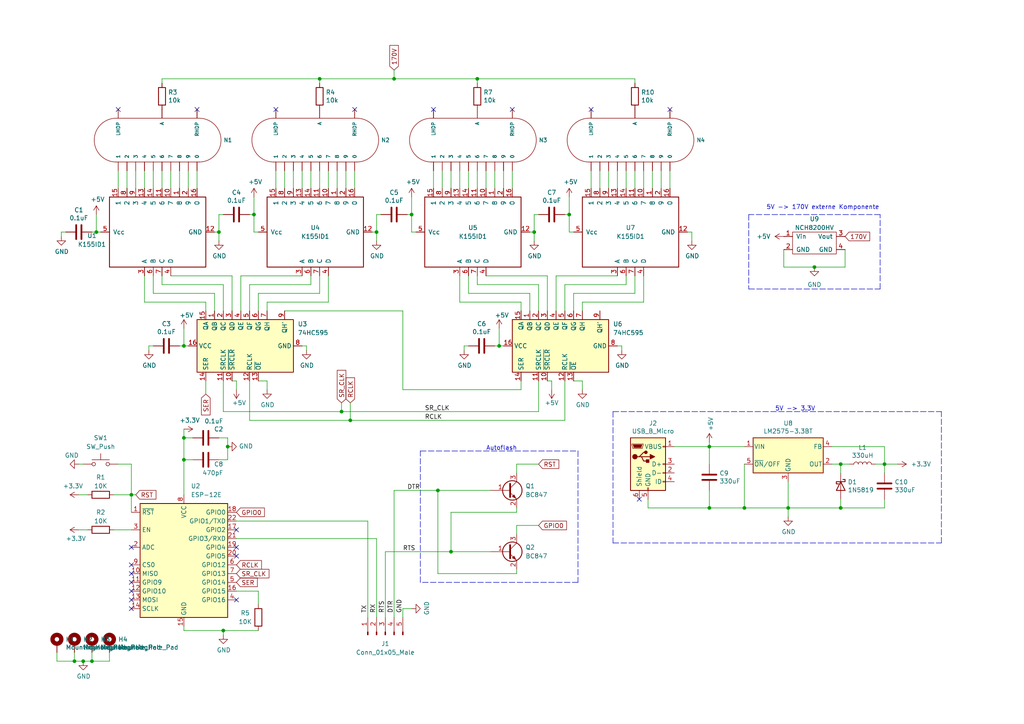
<source format=kicad_sch>
(kicad_sch (version 20211123) (generator eeschema)
  (paper "A4")
  (title_block (title "Nixie Clock"))
  (lib_symbols
    (symbol "74xx:74HC595"
      (property "Reference" "U" (at -7.62 13.97 0))
      (property "Value" "74HC595" (at -7.62 -16.51 0))
      (symbol "74HC595_1_0"
        (pin tri_state line (at 10.16 7.62 180) (length 2.54) (name "QB") (number "1"))
        (pin input line (at -10.16 2.54 0) (length 2.54) (name "~{SRCLR}") (number "10"))
        (pin input line (at -10.16 5.08 0) (length 2.54) (name "SRCLK") (number "11"))
        (pin input line (at -10.16 -2.54 0) (length 2.54) (name "RCLK") (number "12"))
        (pin input line (at -10.16 -5.08 0) (length 2.54) (name "~{OE}") (number "13"))
        (pin input line (at -10.16 10.16 0) (length 2.54) (name "SER") (number "14"))
        (pin tri_state line (at 10.16 10.16 180) (length 2.54) (name "QA") (number "15"))
        (pin power_in line (at 0 15.24 270) (length 2.54) (name "VCC") (number "16"))
        (pin tri_state line (at 10.16 5.08 180) (length 2.54) (name "QC") (number "2"))
        (pin tri_state line (at 10.16 2.54 180) (length 2.54) (name "QD") (number "3"))
        (pin tri_state line (at 10.16 0 180) (length 2.54) (name "QE") (number "4"))
        (pin tri_state line (at 10.16 -2.54 180) (length 2.54) (name "QF") (number "5"))
        (pin tri_state line (at 10.16 -5.08 180) (length 2.54) (name "QG") (number "6"))
        (pin tri_state line (at 10.16 -7.62 180) (length 2.54) (name "QH") (number "7"))
        (pin power_in line (at 0 -17.78 90) (length 2.54) (name "GND") (number "8"))
        (pin output line (at 10.16 -12.7 180) (length 2.54) (name "QH'") (number "9"))
      )
      (symbol "74HC595_1_1"
        (rectangle (start -7.62 12.7) (end 7.62 -15.24) (stroke (width 0.254)) (fill (type background)))
      )
    )
    (symbol "Connector:Conn_01x05_Male" (pin_names (offset 1.016) hide)
      (property "Reference" "J" (at 0 7.62 0))
      (property "Value" "Conn_01x05_Male" (at 0 -7.62 0))
      (symbol "Conn_01x05_Male_1_1"
        (polyline (pts (xy 1.27 -5.08) (xy 0.8636 -5.08)) (stroke (width 0.1524)))
        (polyline (pts (xy 1.27 -2.54) (xy 0.8636 -2.54)) (stroke (width 0.1524)))
        (polyline (pts (xy 1.27 0) (xy 0.8636 0)) (stroke (width 0.1524)))
        (polyline (pts (xy 1.27 2.54) (xy 0.8636 2.54)) (stroke (width 0.1524)))
        (polyline (pts (xy 1.27 5.08) (xy 0.8636 5.08)) (stroke (width 0.1524)))
        (rectangle (start 0.8636 -4.953) (end 0 -5.207) (stroke (width 0.1524)) (fill (type outline)))
        (rectangle (start 0.8636 -2.413) (end 0 -2.667) (stroke (width 0.1524)) (fill (type outline)))
        (rectangle (start 0.8636 0.127) (end 0 -0.127) (stroke (width 0.1524)) (fill (type outline)))
        (rectangle (start 0.8636 2.667) (end 0 2.413) (stroke (width 0.1524)) (fill (type outline)))
        (rectangle (start 0.8636 5.207) (end 0 4.953) (stroke (width 0.1524)) (fill (type outline)))
        (pin passive line (at 5.08 5.08 180) (length 3.81) (name "Pin_1") (number "1"))
        (pin passive line (at 5.08 2.54 180) (length 3.81) (name "Pin_2") (number "2"))
        (pin passive line (at 5.08 0 180) (length 3.81) (name "Pin_3") (number "3"))
        (pin passive line (at 5.08 -2.54 180) (length 3.81) (name "Pin_4") (number "4"))
        (pin passive line (at 5.08 -5.08 180) (length 3.81) (name "Pin_5") (number "5"))
      )
    )
    (symbol "Connector:USB_B_Micro" (pin_names (offset 1.016))
      (property "Reference" "J" (at -5.08 11.43 0))
      (property "Value" "USB_B_Micro" (at -5.08 8.89 0))
      (symbol "USB_B_Micro_0_1"
        (rectangle (start -5.08 -7.62) (end 5.08 7.62) (stroke (width 0.254)) (fill (type background)))
        (circle (center -3.81 2.159) (radius 0.635) (stroke (width 0.254)) (fill (type outline)))
        (circle (center -0.635 3.429) (radius 0.381) (stroke (width 0.254)) (fill (type outline)))
        (rectangle (start -0.127 -7.62) (end 0.127 -6.858))
        (polyline (pts (xy -1.905 2.159) (xy 0.635 2.159)) (stroke (width 0.254)))
        (polyline (pts (xy -3.175 2.159) (xy -2.54 2.159) (xy -1.27 3.429) (xy -0.635 3.429)) (stroke (width 0.254)))
        (polyline (pts (xy -2.54 2.159) (xy -1.905 2.159) (xy -1.27 0.889) (xy 0 0.889)) (stroke (width 0.254)))
        (polyline (pts (xy 0.635 2.794) (xy 0.635 1.524) (xy 1.905 2.159) (xy 0.635 2.794)) (stroke (width 0.254)) (fill (type outline)))
        (polyline (pts (xy -4.318 5.588) (xy -1.778 5.588) (xy -2.032 4.826) (xy -4.064 4.826) (xy -4.318 5.588)) (fill (type outline)))
        (polyline (pts (xy -4.699 5.842) (xy -4.699 5.588) (xy -4.445 4.826) (xy -4.445 4.572) (xy -1.651 4.572) (xy -1.651 4.826) (xy -1.397 5.588) (xy -1.397 5.842) (xy -4.699 5.842)))
        (rectangle (start 0.254 1.27) (end -0.508 0.508) (stroke (width 0.254)) (fill (type outline)))
        (rectangle (start 5.08 -5.207) (end 4.318 -4.953))
        (rectangle (start 5.08 -2.667) (end 4.318 -2.413))
        (rectangle (start 5.08 -0.127) (end 4.318 0.127))
        (rectangle (start 5.08 4.953) (end 4.318 5.207))
      )
      (symbol "USB_B_Micro_1_1"
        (pin power_out line (at 7.62 5.08 180) (length 2.54) (name "VBUS") (number "1"))
        (pin bidirectional line (at 7.62 -2.54 180) (length 2.54) (name "D-") (number "2"))
        (pin bidirectional line (at 7.62 0 180) (length 2.54) (name "D+") (number "3"))
        (pin passive line (at 7.62 -5.08 180) (length 2.54) (name "ID") (number "4"))
        (pin power_out line (at 0 -10.16 90) (length 2.54) (name "GND") (number "5"))
        (pin passive line (at -2.54 -10.16 90) (length 2.54) (name "Shield") (number "6"))
      )
    )
    (symbol "Device:C" (pin_numbers hide) (pin_names (offset 0.254))
      (property "Reference" "C" (at 0.635 2.54 0))
      (property "Value" "C" (at 0.635 -2.54 0))
      (symbol "C_0_1"
        (polyline (pts (xy -2.032 -0.762) (xy 2.032 -0.762)) (stroke (width 0.508)))
        (polyline (pts (xy -2.032 0.762) (xy 2.032 0.762)) (stroke (width 0.508)))
      )
      (symbol "C_1_1"
        (pin passive line (at 0 3.81 270) (length 2.794) (name "~") (number "1"))
        (pin passive line (at 0 -3.81 90) (length 2.794) (name "~") (number "2"))
      )
    )
    (symbol "Device:L" (pin_numbers hide) (pin_names (offset 1.016) hide)
      (property "Reference" "L" (at -1.27 0 90))
      (property "Value" "L" (at 1.905 0 90))
      (symbol "L_0_1"
        (arc (start 0 -2.54) (mid 0.635 -1.905) (end 0 -1.27))
        (arc (start 0 -1.27) (mid 0.635 -0.635) (end 0 0))
        (arc (start 0 0) (mid 0.635 0.635) (end 0 1.27))
        (arc (start 0 1.27) (mid 0.635 1.905) (end 0 2.54))
      )
      (symbol "L_1_1"
        (pin passive line (at 0 3.81 270) (length 1.27) (name "1") (number "1"))
        (pin passive line (at 0 -3.81 90) (length 1.27) (name "2") (number "2"))
      )
    )
    (symbol "Device:R" (pin_numbers hide) (pin_names (offset 0))
      (property "Reference" "R" (at 2.032 0 90))
      (property "Value" "R" (at 0 0 90))
      (symbol "R_0_1"
        (rectangle (start -1.016 -2.54) (end 1.016 2.54) (stroke (width 0.254)))
      )
      (symbol "R_1_1"
        (pin passive line (at 0 3.81 270) (length 1.27) (name "~") (number "1"))
        (pin passive line (at 0 -3.81 90) (length 1.27) (name "~") (number "2"))
      )
    )
    (symbol "Diode:1N5819" (pin_numbers hide) (pin_names (offset 1.016) hide)
      (property "Reference" "D" (at 0 2.54 0))
      (property "Value" "1N5819" (at 0 -2.54 0))
      (symbol "1N5819_0_1"
        (polyline (pts (xy 1.27 0) (xy -1.27 0)))
        (polyline (pts (xy 1.27 1.27) (xy 1.27 -1.27) (xy -1.27 0) (xy 1.27 1.27)) (stroke (width 0.254)))
        (polyline (pts (xy -1.905 0.635) (xy -1.905 1.27) (xy -1.27 1.27) (xy -1.27 -1.27) (xy -0.635 -1.27) (xy -0.635 -0.635)) (stroke (width 0.254)))
      )
      (symbol "1N5819_1_1"
        (pin passive line (at -3.81 0 0) (length 2.54) (name "K") (number "1"))
        (pin passive line (at 3.81 0 180) (length 2.54) (name "A") (number "2"))
      )
    )
    (symbol "K155ID1_1" (pin_names (offset 1.016))
      (property "Reference" "U" (at 0 -1.27 0))
      (property "Value" "K155ID1_1" (at 0 1.27 0))
      (symbol "K155ID1_1_0_1"
        (rectangle (start 10.16 13.97) (end -10.16 -13.97) (stroke (width 0.254)))
      )
      (symbol "K155ID1_1_1_1"
        (pin output line (at 12.7 -6.35 180) (length 2.54) (name "8") (number "1"))
        (pin output line (at 12.7 -3.81 180) (length 2.54) (name "7") (number "10"))
        (pin output line (at 12.7 -1.27 180) (length 2.54) (name "6") (number "11"))
        (pin input line (at 0 -16.51 90) (length 2.54) (name "GND") (number "12"))
        (pin output line (at 12.7 3.81 180) (length 2.54) (name "4") (number "13"))
        (pin output line (at 12.7 1.27 180) (length 2.54) (name "5") (number "14"))
        (pin output line (at 12.7 11.43 180) (length 2.54) (name "1") (number "15"))
        (pin output line (at 12.7 -11.43 180) (length 2.54) (name "0") (number "16"))
        (pin output line (at 12.7 -8.89 180) (length 2.54) (name "9") (number "2"))
        (pin input line (at -12.7 3.81 0) (length 2.54) (name "A") (number "3"))
        (pin input line (at -12.7 -3.81 0) (length 2.54) (name "D") (number "4"))
        (pin power_in line (at 0 16.51 270) (length 2.54) (name "Vcc") (number "5"))
        (pin input line (at -12.7 1.27 0) (length 2.54) (name "B") (number "6"))
        (pin input line (at -12.7 -1.27 0) (length 2.54) (name "C") (number "7"))
        (pin output line (at 12.7 8.89 180) (length 2.54) (name "2") (number "8"))
        (pin output line (at 12.7 6.35 180) (length 2.54) (name "3") (number "9"))
      )
    )
    (symbol "Mechanical:MountingHole_Pad" (pin_numbers hide) (pin_names (offset 1.016) hide)
      (property "Reference" "H" (at 0 6.35 0))
      (property "Value" "MountingHole_Pad" (at 0 4.445 0))
      (symbol "MountingHole_Pad_0_1"
        (circle (center 0 1.27) (radius 1.27) (stroke (width 1.27)))
      )
      (symbol "MountingHole_Pad_1_1"
        (pin input line (at 0 -2.54 90) (length 2.54) (name "1") (number "1"))
      )
    )
    (symbol "Nixie-rescue:IN-16-nixies-us" (pin_numbers hide) (pin_names (offset 1.016))
      (property "Reference" "N" (at -3.175 20.955 0))
      (symbol "IN-16-nixies-us_1_0"
        (polyline (pts (xy -5.08 -10.795) (xy -5.08 13.335)))
        (polyline (pts (xy 7.62 -10.795) (xy 7.62 13.335)))
      )
      (symbol "IN-16-nixies-us_1_1"
        (arc (start -5.08 -10.795) (mid 1.27 -17.145) (end 7.62 -10.795))
        (arc (start 7.62 13.335) (mid 1.27 19.685) (end -5.08 13.335))
        (pin bidirectional line (at -7.62 -10.16 0) (length 2.54) (name "0") (number "0"))
        (pin bidirectional line (at -7.62 12.7 0) (length 2.54) (name "1") (number "1"))
        (pin bidirectional line (at -7.62 10.16 0) (length 2.54) (name "2") (number "2"))
        (pin bidirectional line (at -7.62 7.62 0) (length 2.54) (name "3") (number "3"))
        (pin bidirectional line (at -7.62 5.08 0) (length 2.54) (name "4") (number "4"))
        (pin bidirectional line (at -7.62 2.54 0) (length 2.54) (name "5") (number "5"))
        (pin bidirectional line (at -7.62 0 0) (length 2.54) (name "6") (number "6"))
        (pin bidirectional line (at -7.62 -2.54 0) (length 2.54) (name "7") (number "7"))
        (pin bidirectional line (at -7.62 -5.08 0) (length 2.54) (name "8") (number "8"))
        (pin bidirectional line (at -7.62 -7.62 0) (length 2.54) (name "9") (number "9"))
        (pin bidirectional line (at 10.16 0 180) (length 2.54) (name "A") (number "A"))
        (pin bidirectional line (at 10.16 12.7 180) (length 2.54) (name "LHDP") (number "LHDP"))
        (pin bidirectional line (at 10.16 -10.16 180) (length 2.54) (name "RHDP") (number "RHDP"))
      )
    )
    (symbol "RF_Module:ESP-12E"
      (property "Reference" "U" (at -12.7 19.05 0))
      (property "Value" "ESP-12E" (at 12.7 19.05 0))
      (symbol "ESP-12E_0_1"
        (rectangle (start -12.7 17.78) (end 12.7 -15.24) (stroke (width 0.254)) (fill (type background)))
      )
      (symbol "ESP-12E_1_1"
        (pin input line (at -15.24 15.24 0) (length 2.54) (name "~{RST}") (number "1"))
        (pin bidirectional line (at -15.24 -2.54 0) (length 2.54) (name "MISO") (number "10"))
        (pin bidirectional line (at -15.24 -5.08 0) (length 2.54) (name "GPIO9") (number "11"))
        (pin bidirectional line (at -15.24 -7.62 0) (length 2.54) (name "GPIO10") (number "12"))
        (pin bidirectional line (at -15.24 -10.16 0) (length 2.54) (name "MOSI") (number "13"))
        (pin bidirectional line (at -15.24 -12.7 0) (length 2.54) (name "SCLK") (number "14"))
        (pin power_in line (at 0 -17.78 90) (length 2.54) (name "GND") (number "15"))
        (pin bidirectional line (at 15.24 -7.62 180) (length 2.54) (name "GPIO15") (number "16"))
        (pin bidirectional line (at 15.24 10.16 180) (length 2.54) (name "GPIO2") (number "17"))
        (pin bidirectional line (at 15.24 15.24 180) (length 2.54) (name "GPIO0") (number "18"))
        (pin bidirectional line (at 15.24 5.08 180) (length 2.54) (name "GPIO4") (number "19"))
        (pin input line (at -15.24 5.08 0) (length 2.54) (name "ADC") (number "2"))
        (pin bidirectional line (at 15.24 2.54 180) (length 2.54) (name "GPIO5") (number "20"))
        (pin bidirectional line (at 15.24 7.62 180) (length 2.54) (name "GPIO3/RXD") (number "21"))
        (pin bidirectional line (at 15.24 12.7 180) (length 2.54) (name "GPIO1/TXD") (number "22"))
        (pin input line (at -15.24 10.16 0) (length 2.54) (name "EN") (number "3"))
        (pin bidirectional line (at 15.24 -10.16 180) (length 2.54) (name "GPIO16") (number "4"))
        (pin bidirectional line (at 15.24 -5.08 180) (length 2.54) (name "GPIO14") (number "5"))
        (pin bidirectional line (at 15.24 0 180) (length 2.54) (name "GPIO12") (number "6"))
        (pin bidirectional line (at 15.24 -2.54 180) (length 2.54) (name "GPIO13") (number "7"))
        (pin power_in line (at 0 20.32 270) (length 2.54) (name "VCC") (number "8"))
        (pin input line (at -15.24 0 0) (length 2.54) (name "CS0") (number "9"))
      )
    )
    (symbol "Regulator_Switching:LM2575-3.3BT" (pin_names (offset 0.254))
      (property "Reference" "U" (at -10.16 6.35 0))
      (property "Value" "LM2575-3.3BT" (at 0 6.35 0))
      (symbol "LM2575-3.3BT_0_1"
        (rectangle (start -10.16 5.08) (end 10.16 -5.08) (stroke (width 0.254)) (fill (type background)))
      )
      (symbol "LM2575-3.3BT_1_1"
        (pin power_in line (at -12.7 2.54 0) (length 2.54) (name "VIN") (number "1"))
        (pin output line (at 12.7 -2.54 180) (length 2.54) (name "OUT") (number "2"))
        (pin power_in line (at 0 -7.62 90) (length 2.54) (name "GND") (number "3"))
        (pin input line (at 12.7 2.54 180) (length 2.54) (name "FB") (number "4"))
        (pin input line (at -12.7 -2.54 0) (length 2.54) (name "~{ON}/OFF") (number "5"))
      )
    )
    (symbol "Switch:SW_Push" (pin_numbers hide) (pin_names (offset 1.016) hide)
      (property "Reference" "SW" (at 1.27 2.54 0))
      (property "Value" "SW_Push" (at 0 -1.524 0))
      (symbol "SW_Push_0_1"
        (circle (center -2.032 0) (radius 0.508))
        (polyline (pts (xy 0 1.27) (xy 0 3.048)))
        (polyline (pts (xy 2.54 1.27) (xy -2.54 1.27)))
        (circle (center 2.032 0) (radius 0.508))
        (pin passive line (at -5.08 0 0) (length 2.54) (name "1") (number "1"))
        (pin passive line (at 5.08 0 180) (length 2.54) (name "2") (number "2"))
      )
    )
    (symbol "Transistor_BJT:BC847" (pin_names (offset 0) hide)
      (property "Reference" "Q" (at 5.08 1.905 0))
      (property "Value" "BC847" (at 5.08 0 0))
      (symbol "BC847_0_1"
        (polyline (pts (xy 0.635 0.635) (xy 2.54 2.54)))
        (polyline (pts (xy 0.635 -0.635) (xy 2.54 -2.54) (xy 2.54 -2.54)))
        (polyline (pts (xy 0.635 1.905) (xy 0.635 -1.905) (xy 0.635 -1.905)) (stroke (width 0.508)))
        (polyline (pts (xy 1.27 -1.778) (xy 1.778 -1.27) (xy 2.286 -2.286) (xy 1.27 -1.778) (xy 1.27 -1.778)) (fill (type outline)))
        (circle (center 1.27 0) (radius 2.8194) (stroke (width 0.254)))
      )
      (symbol "BC847_1_1"
        (pin input line (at -5.08 0 0) (length 5.715) (name "B") (number "1"))
        (pin passive line (at 2.54 -5.08 90) (length 2.54) (name "E") (number "2"))
        (pin passive line (at 2.54 5.08 270) (length 2.54) (name "C") (number "3"))
      )
    )
    (symbol "power:+3.3V" (power) (pin_names (offset 0))
      (property "Value" "+3.3V" (at 0 3.556 0))
      (symbol "+3.3V_0_1"
        (polyline (pts (xy -0.762 1.27) (xy 0 2.54)))
        (polyline (pts (xy 0 0) (xy 0 2.54)))
        (polyline (pts (xy 0 2.54) (xy 0.762 1.27)))
      )
      (symbol "+3.3V_1_1"
        (pin power_in line (at 0 0 90) (length 0) hide (name "+3.3V") (number "1"))
      )
    )
    (symbol "power:+5V" (power) (pin_names (offset 0))
      (property "Value" "+5V" (at 0 3.556 0))
      (symbol "+5V_0_1"
        (polyline (pts (xy -0.762 1.27) (xy 0 2.54)))
        (polyline (pts (xy 0 0) (xy 0 2.54)))
        (polyline (pts (xy 0 2.54) (xy 0.762 1.27)))
      )
      (symbol "+5V_1_1"
        (pin power_in line (at 0 0 90) (length 0) hide (name "+5V") (number "1"))
      )
    )
    (symbol "power:GND" (power) (pin_names (offset 0))
      (property "Value" "GND" (at 0 -3.81 0))
      (symbol "GND_0_1"
        (polyline (pts (xy 0 0) (xy 0 -1.27) (xy 1.27 -1.27) (xy 0 -2.54) (xy -1.27 -1.27) (xy 0 -1.27)))
      )
      (symbol "GND_1_1"
        (pin power_in line (at 0 0 270) (length 0) hide (name "GND") (number "1"))
      )
    )
    (symbol "psu:NCH8200HV" (pin_names (offset 1.016))
      (property "Reference" "U" (at 10.16 -2.54 0))
      (property "Value" "NCH8200HV" (at 0 0 0))
      (symbol "NCH8200HV_0_1"
        (rectangle (start -6.35 7.62) (end 6.35 1.27))
      )
      (symbol "NCH8200HV_1_1"
        (pin input line (at -8.89 6.35 0) (length 2.54) (name "Vin") (number "1"))
        (pin input line (at -8.89 2.54 0) (length 2.54) (name "GND") (number "2"))
        (pin output line (at 8.89 6.35 180) (length 2.54) (name "Vout") (number "3"))
        (pin output line (at 8.89 2.54 180) (length 2.54) (name "GND") (number "4"))
      )
    )
  )
  (junction (at 119.38 62.23))
  (junction (at 53.34 133.35))
  (junction (at 73.66 62.23))
  (junction (at 154.94 67.31))
  (junction (at 215.9 147.32))
  (junction (at 114.3 22.86))
  (junction (at 92.71 22.86))
  (junction (at 205.74 147.32))
  (junction (at 38.1 143.51))
  (junction (at 26.67 191.77))
  (junction (at 101.6 121.92))
  (junction (at 144.78 100.33))
  (junction (at 63.5 67.31))
  (junction (at 165.1 62.23))
  (junction (at 27.94 67.31))
  (junction (at 64.77 182.88))
  (junction (at 109.22 67.31))
  (junction (at 256.54 134.62))
  (junction (at 138.43 22.86))
  (junction (at 66.04 129.54))
  (junction (at 130.81 160.02))
  (junction (at 24.13 191.77))
  (junction (at 243.84 134.62))
  (junction (at 53.34 127))
  (junction (at 53.34 100.33))
  (junction (at 236.22 77.47))
  (junction (at 205.74 129.54))
  (junction (at 243.84 147.32))
  (junction (at 228.6 147.32))
  (junction (at 99.06 119.38))
  (junction (at 21.59 191.77))
  (junction (at 127 142.24))
  (no_connect (at 171.45 31.75))
  (no_connect (at 194.31 31.75))
  (no_connect (at 38.1 158.75))
  (no_connect (at 38.1 163.83))
  (no_connect (at 38.1 166.37))
  (no_connect (at 38.1 168.91))
  (no_connect (at 38.1 171.45))
  (no_connect (at 68.58 153.67))
  (no_connect (at 68.58 173.99))
  (no_connect (at 68.58 158.75))
  (no_connect (at 68.58 161.29))
  (no_connect (at 38.1 173.99))
  (no_connect (at 38.1 176.53))
  (no_connect (at 148.59 31.75))
  (no_connect (at 80.01 31.75))
  (no_connect (at 125.73 31.75))
  (no_connect (at 185.42 144.78))
  (no_connect (at 102.87 31.75))
  (no_connect (at 57.15 31.75))
  (no_connect (at 34.29 31.75))
  (wire (pts (xy 39.37 143.51) (xy 38.1 143.51)))
  (wire (pts (xy 119.38 176.53) (xy 116.84 176.53)))
  (wire (pts (xy 44.45 54.61) (xy 44.45 49.53)))
  (wire (pts (xy 168.91 113.03) (xy 168.91 110.49)))
  (wire (pts (xy 111.76 160.02) (xy 111.76 179.07)))
  (wire (pts (xy 163.83 62.23) (xy 165.1 62.23)))
  (wire (pts (xy 53.34 133.35) (xy 53.34 127)))
  (wire (pts (xy 158.75 80.01) (xy 140.97 80.01)))
  (wire (pts (xy 109.22 156.21) (xy 109.22 179.07)))
  (wire (pts (xy 63.5 67.31) (xy 63.5 69.85)))
  (wire (pts (xy 73.66 62.23) (xy 73.66 67.31)))
  (wire (pts (xy 99.06 116.84) (xy 99.06 119.38)))
  (wire (pts (xy 110.49 62.23) (xy 109.22 62.23)))
  (wire (pts (xy 133.35 54.61) (xy 133.35 49.53)))
  (wire (pts (xy 215.9 134.62) (xy 215.9 147.32)))
  (wire (pts (xy 21.59 189.23) (xy 21.59 191.77)))
  (wire (pts (xy 72.39 90.17) (xy 72.39 82.55)))
  (wire (pts (xy 33.02 153.67) (xy 38.1 153.67)))
  (wire (pts (xy 26.67 67.31) (xy 27.94 67.31)))
  (wire (pts (xy 64.77 110.49) (xy 64.77 119.38)))
  (wire (pts (xy 194.31 49.53) (xy 194.31 54.61)))
  (wire (pts (xy 95.25 54.61) (xy 95.25 49.53)))
  (wire (pts (xy 68.58 156.21) (xy 109.22 156.21)))
  (wire (pts (xy 64.77 182.88) (xy 64.77 184.15)))
  (wire (pts (xy 111.76 160.02) (xy 130.81 160.02)))
  (wire (pts (xy 68.58 110.49) (xy 67.31 110.49)))
  (wire (pts (xy 53.34 124.46) (xy 53.34 127)))
  (wire (pts (xy 153.67 85.09) (xy 135.89 85.09)))
  (wire (pts (xy 127 142.24) (xy 142.24 142.24)))
  (wire (pts (xy 63.5 127) (xy 66.04 127)))
  (wire (pts (xy 72.39 82.55) (xy 90.17 82.55)))
  (wire (pts (xy 44.45 85.09) (xy 44.45 80.01)))
  (wire (pts (xy 149.86 134.62) (xy 156.21 134.62)))
  (wire (pts (xy 72.39 110.49) (xy 72.39 121.92)))
  (wire (pts (xy 38.1 143.51) (xy 38.1 134.62)))
  (wire (pts (xy 22.86 153.67) (xy 25.4 153.67)))
  (wire (pts (xy 130.81 148.59) (xy 130.81 160.02)))
  (wire (pts (xy 149.86 154.94) (xy 149.86 152.4)))
  (wire (pts (xy 74.93 175.26) (xy 74.93 171.45)))
  (wire (pts (xy 151.13 87.63) (xy 133.35 87.63)))
  (wire (pts (xy 59.69 114.3) (xy 59.69 110.49)))
  (wire (pts (xy 52.07 54.61) (xy 52.07 49.53)))
  (wire (pts (xy 163.83 90.17) (xy 163.83 82.55)))
  (wire (pts (xy 72.39 121.92) (xy 101.6 121.92)))
  (wire (pts (xy 153.67 67.31) (xy 154.94 67.31)))
  (wire (pts (xy 156.21 90.17) (xy 156.21 82.55)))
  (wire (pts (xy 63.5 133.35) (xy 66.04 133.35)))
  (wire (pts (xy 149.86 166.37) (xy 127 166.37)))
  (wire (pts (xy 148.59 54.61) (xy 148.59 49.53)))
  (wire (pts (xy 205.74 147.32) (xy 215.9 147.32)))
  (wire (pts (xy 186.69 87.63) (xy 186.69 80.01)))
  (wire (pts (xy 186.69 54.61) (xy 186.69 49.53)))
  (wire (pts (xy 59.69 90.17) (xy 59.69 87.63)))
  (wire (pts (xy 26.67 191.77) (xy 24.13 191.77)))
  (wire (pts (xy 149.86 152.4) (xy 156.21 152.4)))
  (wire (pts (xy 77.47 87.63) (xy 95.25 87.63)))
  (wire (pts (xy 19.05 67.31) (xy 17.78 67.31)))
  (wire (pts (xy 107.95 67.31) (xy 109.22 67.31)))
  (wire (pts (xy 53.34 100.33) (xy 53.34 95.25)))
  (wire (pts (xy 33.02 143.51) (xy 38.1 143.51)))
  (polyline (pts (xy 255.27 62.23) (xy 217.17 62.23)))
  (wire (pts (xy 256.54 144.78) (xy 256.54 147.32)))
  (wire (pts (xy 168.91 87.63) (xy 186.69 87.63)))
  (wire (pts (xy 64.77 62.23) (xy 63.5 62.23)))
  (wire (pts (xy 88.9 101.6) (xy 88.9 100.33)))
  (wire (pts (xy 168.91 110.49) (xy 166.37 110.49)))
  (wire (pts (xy 22.86 134.62) (xy 24.13 134.62)))
  (wire (pts (xy 168.91 90.17) (xy 168.91 87.63)))
  (wire (pts (xy 34.29 54.61) (xy 34.29 49.53)))
  (wire (pts (xy 17.78 68.58) (xy 17.78 67.31)))
  (wire (pts (xy 138.43 54.61) (xy 138.43 49.53)))
  (wire (pts (xy 256.54 134.62) (xy 260.35 134.62)))
  (wire (pts (xy 41.91 87.63) (xy 41.91 80.01)))
  (wire (pts (xy 36.83 54.61) (xy 36.83 49.53)))
  (wire (pts (xy 241.3 134.62) (xy 243.84 134.62)))
  (wire (pts (xy 149.86 147.32) (xy 149.86 148.59)))
  (wire (pts (xy 187.96 144.78) (xy 187.96 147.32)))
  (polyline (pts (xy 255.27 83.82) (xy 255.27 62.23)))
  (wire (pts (xy 82.55 90.17) (xy 116.84 90.17)))
  (wire (pts (xy 74.93 85.09) (xy 92.71 85.09)))
  (wire (pts (xy 102.87 54.61) (xy 102.87 49.53)))
  (wire (pts (xy 101.6 121.92) (xy 163.83 121.92)))
  (wire (pts (xy 180.34 101.6) (xy 180.34 100.33)))
  (wire (pts (xy 191.77 54.61) (xy 191.77 49.53)))
  (wire (pts (xy 215.9 147.32) (xy 228.6 147.32)))
  (wire (pts (xy 143.51 54.61) (xy 143.51 49.53)))
  (wire (pts (xy 92.71 85.09) (xy 92.71 80.01)))
  (wire (pts (xy 118.11 62.23) (xy 119.38 62.23)))
  (wire (pts (xy 149.86 137.16) (xy 149.86 134.62)))
  (wire (pts (xy 140.97 54.61) (xy 140.97 49.53)))
  (wire (pts (xy 53.34 127) (xy 55.88 127)))
  (wire (pts (xy 179.07 49.53) (xy 179.07 54.61)))
  (wire (pts (xy 53.34 182.88) (xy 53.34 181.61)))
  (wire (pts (xy 38.1 148.59) (xy 38.1 143.51)))
  (polyline (pts (xy 121.92 130.81) (xy 167.64 130.81)))
  (polyline (pts (xy 177.8 157.48) (xy 273.05 157.48)))
  (wire (pts (xy 176.53 54.61) (xy 176.53 49.53)))
  (wire (pts (xy 67.31 90.17) (xy 67.31 80.01)))
  (wire (pts (xy 109.22 62.23) (xy 109.22 67.31)))
  (wire (pts (xy 39.37 54.61) (xy 39.37 49.53)))
  (wire (pts (xy 116.84 113.03) (xy 151.13 113.03)))
  (wire (pts (xy 82.55 54.61) (xy 82.55 49.53)))
  (wire (pts (xy 97.79 54.61) (xy 97.79 49.53)))
  (wire (pts (xy 54.61 100.33) (xy 53.34 100.33)))
  (wire (pts (xy 135.89 54.61) (xy 135.89 49.53)))
  (wire (pts (xy 130.81 160.02) (xy 142.24 160.02)))
  (wire (pts (xy 116.84 90.17) (xy 116.84 113.03)))
  (wire (pts (xy 205.74 142.24) (xy 205.74 147.32)))
  (wire (pts (xy 195.58 129.54) (xy 205.74 129.54)))
  (wire (pts (xy 171.45 54.61) (xy 171.45 49.53)))
  (wire (pts (xy 245.11 72.39) (xy 245.11 77.47)))
  (wire (pts (xy 69.85 90.17) (xy 69.85 80.01)))
  (polyline (pts (xy 217.17 62.23) (xy 217.17 83.82)))
  (wire (pts (xy 227.33 77.47) (xy 227.33 72.39)))
  (wire (pts (xy 128.27 54.61) (xy 128.27 49.53)))
  (wire (pts (xy 80.01 54.61) (xy 80.01 49.53)))
  (wire (pts (xy 153.67 90.17) (xy 153.67 85.09)))
  (wire (pts (xy 227.33 77.47) (xy 236.22 77.47)))
  (wire (pts (xy 138.43 22.86) (xy 138.43 24.13)))
  (wire (pts (xy 62.23 85.09) (xy 44.45 85.09)))
  (wire (pts (xy 246.38 134.62) (xy 243.84 134.62)))
  (wire (pts (xy 144.78 100.33) (xy 143.51 100.33)))
  (wire (pts (xy 46.99 54.61) (xy 46.99 49.53)))
  (wire (pts (xy 22.86 143.51) (xy 25.4 143.51)))
  (wire (pts (xy 243.84 144.78) (xy 243.84 147.32)))
  (wire (pts (xy 254 134.62) (xy 256.54 134.62)))
  (polyline (pts (xy 177.8 119.38) (xy 177.8 157.48)))
  (polyline (pts (xy 167.64 168.91) (xy 121.92 168.91)))
  (wire (pts (xy 165.1 62.23) (xy 165.1 57.15)))
  (wire (pts (xy 27.94 67.31) (xy 27.94 62.23)))
  (wire (pts (xy 63.5 62.23) (xy 63.5 67.31)))
  (wire (pts (xy 166.37 90.17) (xy 166.37 85.09)))
  (wire (pts (xy 69.85 80.01) (xy 87.63 80.01)))
  (wire (pts (xy 243.84 147.32) (xy 228.6 147.32)))
  (wire (pts (xy 109.22 67.31) (xy 109.22 69.85)))
  (wire (pts (xy 125.73 54.61) (xy 125.73 49.53)))
  (wire (pts (xy 44.45 100.33) (xy 43.18 100.33)))
  (wire (pts (xy 29.21 67.31) (xy 27.94 67.31)))
  (wire (pts (xy 200.66 69.85) (xy 200.66 67.31)))
  (wire (pts (xy 73.66 62.23) (xy 73.66 57.15)))
  (wire (pts (xy 31.75 189.23) (xy 31.75 191.77)))
  (wire (pts (xy 95.25 87.63) (xy 95.25 80.01)))
  (wire (pts (xy 16.51 189.23) (xy 16.51 191.77)))
  (wire (pts (xy 184.15 22.86) (xy 184.15 24.13)))
  (wire (pts (xy 77.47 110.49) (xy 77.47 113.03)))
  (wire (pts (xy 64.77 90.17) (xy 64.77 82.55)))
  (wire (pts (xy 92.71 22.86) (xy 46.99 22.86)))
  (polyline (pts (xy 273.05 157.48) (xy 273.05 119.38)))
  (wire (pts (xy 119.38 67.31) (xy 120.65 67.31)))
  (wire (pts (xy 57.15 54.61) (xy 57.15 49.53)))
  (wire (pts (xy 77.47 90.17) (xy 77.47 87.63)))
  (polyline (pts (xy 177.8 119.38) (xy 273.05 119.38)))
  (wire (pts (xy 68.58 171.45) (xy 74.93 171.45)))
  (wire (pts (xy 138.43 82.55) (xy 138.43 80.01)))
  (wire (pts (xy 114.3 22.86) (xy 92.71 22.86)))
  (wire (pts (xy 151.13 113.03) (xy 151.13 110.49)))
  (wire (pts (xy 181.61 54.61) (xy 181.61 49.53)))
  (wire (pts (xy 43.18 100.33) (xy 43.18 101.6)))
  (wire (pts (xy 114.3 142.24) (xy 114.3 179.07)))
  (wire (pts (xy 160.02 110.49) (xy 158.75 110.49)))
  (wire (pts (xy 138.43 22.86) (xy 184.15 22.86)))
  (wire (pts (xy 74.93 182.88) (xy 64.77 182.88)))
  (wire (pts (xy 59.69 87.63) (xy 41.91 87.63)))
  (wire (pts (xy 133.35 80.01) (xy 133.35 87.63)))
  (wire (pts (xy 116.84 176.53) (xy 116.84 179.07)))
  (wire (pts (xy 90.17 54.61) (xy 90.17 49.53)))
  (wire (pts (xy 72.39 62.23) (xy 73.66 62.23)))
  (wire (pts (xy 161.29 90.17) (xy 161.29 80.01)))
  (wire (pts (xy 119.38 62.23) (xy 119.38 67.31)))
  (wire (pts (xy 38.1 134.62) (xy 34.29 134.62)))
  (wire (pts (xy 64.77 82.55) (xy 46.99 82.55)))
  (wire (pts (xy 87.63 54.61) (xy 87.63 49.53)))
  (wire (pts (xy 135.89 85.09) (xy 135.89 80.01)))
  (wire (pts (xy 114.3 22.86) (xy 114.3 20.32)))
  (wire (pts (xy 62.23 67.31) (xy 63.5 67.31)))
  (wire (pts (xy 179.07 80.01) (xy 161.29 80.01)))
  (wire (pts (xy 151.13 90.17) (xy 151.13 87.63)))
  (polyline (pts (xy 167.64 130.81) (xy 167.64 168.91)))
  (wire (pts (xy 158.75 90.17) (xy 158.75 80.01)))
  (wire (pts (xy 228.6 149.86) (xy 228.6 147.32)))
  (wire (pts (xy 90.17 82.55) (xy 90.17 80.01)))
  (wire (pts (xy 236.22 77.47) (xy 245.11 77.47)))
  (wire (pts (xy 256.54 129.54) (xy 241.3 129.54)))
  (wire (pts (xy 66.04 129.54) (xy 66.04 127)))
  (wire (pts (xy 130.81 54.61) (xy 130.81 49.53)))
  (wire (pts (xy 68.58 151.13) (xy 106.68 151.13)))
  (wire (pts (xy 180.34 100.33) (xy 179.07 100.33)))
  (wire (pts (xy 181.61 82.55) (xy 181.61 80.01)))
  (wire (pts (xy 92.71 54.61) (xy 92.71 49.53)))
  (wire (pts (xy 256.54 137.16) (xy 256.54 134.62)))
  (wire (pts (xy 146.05 54.61) (xy 146.05 49.53)))
  (wire (pts (xy 101.6 116.84) (xy 101.6 121.92)))
  (wire (pts (xy 88.9 100.33) (xy 87.63 100.33)))
  (wire (pts (xy 156.21 82.55) (xy 138.43 82.55)))
  (wire (pts (xy 85.09 54.61) (xy 85.09 49.53)))
  (wire (pts (xy 114.3 22.86) (xy 138.43 22.86)))
  (wire (pts (xy 173.99 54.61) (xy 173.99 49.53)))
  (wire (pts (xy 64.77 182.88) (xy 53.34 182.88)))
  (wire (pts (xy 205.74 129.54) (xy 205.74 128.27)))
  (wire (pts (xy 46.99 82.55) (xy 46.99 80.01)))
  (polyline (pts (xy 217.17 83.82) (xy 255.27 83.82)))
  (wire (pts (xy 160.02 113.03) (xy 160.02 110.49)))
  (wire (pts (xy 46.99 22.86) (xy 46.99 24.13)))
  (wire (pts (xy 256.54 147.32) (xy 243.84 147.32)))
  (wire (pts (xy 66.04 133.35) (xy 66.04 129.54)))
  (wire (pts (xy 68.58 113.03) (xy 68.58 110.49)))
  (wire (pts (xy 184.15 49.53) (xy 184.15 54.61)))
  (wire (pts (xy 154.94 67.31) (xy 154.94 69.85)))
  (wire (pts (xy 73.66 67.31) (xy 74.93 67.31)))
  (wire (pts (xy 62.23 90.17) (xy 62.23 85.09)))
  (wire (pts (xy 99.06 119.38) (xy 64.77 119.38)))
  (wire (pts (xy 49.53 54.61) (xy 49.53 49.53)))
  (wire (pts (xy 21.59 191.77) (xy 24.13 191.77)))
  (wire (pts (xy 134.62 100.33) (xy 134.62 101.6)))
  (wire (pts (xy 41.91 54.61) (xy 41.91 49.53)))
  (wire (pts (xy 165.1 67.31) (xy 166.37 67.31)))
  (wire (pts (xy 154.94 62.23) (xy 154.94 67.31)))
  (wire (pts (xy 54.61 54.61) (xy 54.61 49.53)))
  (wire (pts (xy 106.68 151.13) (xy 106.68 179.07)))
  (wire (pts (xy 189.23 49.53) (xy 189.23 54.61)))
  (wire (pts (xy 53.34 100.33) (xy 52.07 100.33)))
  (polyline (pts (xy 121.92 168.91) (xy 121.92 130.81)))
  (wire (pts (xy 163.83 110.49) (xy 163.83 121.92)))
  (wire (pts (xy 16.51 191.77) (xy 21.59 191.77)))
  (wire (pts (xy 74.93 90.17) (xy 74.93 85.09)))
  (wire (pts (xy 127 166.37) (xy 127 142.24)))
  (wire (pts (xy 205.74 129.54) (xy 205.74 134.62)))
  (wire (pts (xy 243.84 134.62) (xy 243.84 137.16)))
  (wire (pts (xy 146.05 100.33) (xy 144.78 100.33)))
  (wire (pts (xy 149.86 148.59) (xy 130.81 148.59)))
  (wire (pts (xy 228.6 139.7) (xy 228.6 147.32)))
  (wire (pts (xy 165.1 62.23) (xy 165.1 67.31)))
  (wire (pts (xy 100.33 54.61) (xy 100.33 49.53)))
  (wire (pts (xy 256.54 134.62) (xy 256.54 129.54)))
  (wire (pts (xy 156.21 119.38) (xy 99.06 119.38)))
  (wire (pts (xy 53.34 133.35) (xy 55.88 133.35)))
  (wire (pts (xy 149.86 165.1) (xy 149.86 166.37)))
  (wire (pts (xy 31.75 191.77) (xy 26.67 191.77)))
  (wire (pts (xy 156.21 110.49) (xy 156.21 119.38)))
  (wire (pts (xy 144.78 100.33) (xy 144.78 95.25)))
  (wire (pts (xy 200.66 67.31) (xy 199.39 67.31)))
  (wire (pts (xy 67.31 80.01) (xy 49.53 80.01)))
  (wire (pts (xy 92.71 22.86) (xy 92.71 24.13)))
  (wire (pts (xy 135.89 100.33) (xy 134.62 100.33)))
  (wire (pts (xy 215.9 129.54) (xy 205.74 129.54)))
  (wire (pts (xy 156.21 62.23) (xy 154.94 62.23)))
  (wire (pts (xy 26.67 189.23) (xy 26.67 191.77)))
  (wire (pts (xy 187.96 147.32) (xy 205.74 147.32)))
  (wire (pts (xy 127 142.24) (xy 114.3 142.24)))
  (wire (pts (xy 163.83 82.55) (xy 181.61 82.55)))
  (wire (pts (xy 53.34 133.35) (xy 53.34 143.51)))
  (wire (pts (xy 184.15 85.09) (xy 184.15 80.01)))
  (wire (pts (xy 166.37 85.09) (xy 184.15 85.09)))
  (wire (pts (xy 74.93 110.49) (xy 77.47 110.49)))
  (wire (pts (xy 119.38 62.23) (xy 119.38 57.15)))
  (text "5V -> 3.3V\n" (at 224.79 119.38 0) (effects (font (size 1.27 1.27)) (justify left bottom)))
  (text "Autoflash" (at 140.97 130.81 0) (effects (font (size 1.27 1.27)) (justify left bottom)))
  (text "5V -> 170V externe Komponente" (at 222.25 60.96 0) (effects (font (size 1.27 1.27)) (justify left bottom)))
  (label "RCLK" (at 123.19 121.92 0))
  (label "DTR" (at 114.3 177.8 90))
  (label "RTS" (at 116.84 160.02 0))
  (label "SR_CLK" (at 123.19 119.38 0))
  (label "RTS" (at 111.76 177.8 90))
  (label "GND" (at 116.84 177.8 90))
  (label "RX" (at 109.22 177.8 90))
  (label "TX" (at 106.68 177.8 90))
  (label "DTR" (at 118.11 142.24 0))
  (global_label "RST" (shape input) (at 39.37 143.51 0) (property "Referenzen zwischen Schaltplänen" "${INTERSHEET_REFS}" (effects hide)))
  (global_label "SR_CLK" (shape input) (at 68.58 166.37 0) (property "Referenzen zwischen Schaltplänen" "${INTERSHEET_REFS}" (effects hide)))
  (global_label "GPIO0" (shape input) (at 68.58 148.59 0) (property "Referenzen zwischen Schaltplänen" "${INTERSHEET_REFS}" (effects hide)))
  (global_label "SER" (shape input) (at 59.69 114.3 270) (property "Referenzen zwischen Schaltplänen" "${INTERSHEET_REFS}" (effects hide)))
  (global_label "RCLK" (shape input) (at 101.6 116.84 90) (property "Referenzen zwischen Schaltplänen" "${INTERSHEET_REFS}" (effects hide)))
  (global_label "RCLK" (shape input) (at 68.58 163.83 0) (property "Referenzen zwischen Schaltplänen" "${INTERSHEET_REFS}" (effects hide)))
  (global_label "RST" (shape input) (at 156.21 134.62 0) (property "Referenzen zwischen Schaltplänen" "${INTERSHEET_REFS}" (effects hide)))
  (global_label "170V" (shape input) (at 245.11 68.58 0) (property "Referenzen zwischen Schaltplänen" "${INTERSHEET_REFS}" (effects hide)))
  (global_label "SER" (shape input) (at 68.58 168.91 0) (property "Referenzen zwischen Schaltplänen" "${INTERSHEET_REFS}" (effects hide)))
  (global_label "GPIO0" (shape input) (at 156.21 152.4 0) (property "Referenzen zwischen Schaltplänen" "${INTERSHEET_REFS}" (effects hide)))
  (global_label "SR_CLK" (shape input) (at 99.06 116.84 90) (property "Referenzen zwischen Schaltplänen" "${INTERSHEET_REFS}" (effects hide)))
  (global_label "170V" (shape input) (at 114.3 20.32 90) (property "Referenzen zwischen Schaltplänen" "${INTERSHEET_REFS}" (effects hide)))
  (symbol (lib_id "Nixie-rescue:IN-16-nixies-us") (at 46.99 41.91 90) (unit 1)
    (property "Reference" "N1" (at 64.8462 40.64 90) (effects (font (size 1.143 1.143)) (justify right)))
    (property "Value" "IN-16" (effects hide))
    (property "Footprint" "in-16:russian-nixies-IN-16" (effects hide))
  )
  (symbol (lib_id "Nixie-rescue:IN-16-nixies-us") (at 92.71 41.91 90) (unit 1)
    (property "Reference" "N2" (at 110.5662 40.64 90) (effects (font (size 1.143 1.143)) (justify right)))
    (property "Value" "IN-16" (effects hide))
    (property "Footprint" "in-16:russian-nixies-IN-16" (effects hide))
  )
  (symbol (lib_id "Nixie-rescue:IN-16-nixies-us") (at 138.43 41.91 90) (unit 1)
    (property "Reference" "N3" (at 156.2862 40.64 90) (effects (font (size 1.143 1.143)) (justify right)))
    (property "Value" "IN-16" (effects hide))
    (property "Footprint" "in-16:russian-nixies-IN-16" (effects hide))
  )
  (symbol (lib_id "Nixie-rescue:IN-16-nixies-us") (at 184.15 41.91 90) (unit 1)
    (property "Reference" "N4" (at 202.0062 40.64 90) (effects (font (size 1.143 1.143)) (justify right)))
    (property "Value" "IN-16" (effects hide))
    (property "Footprint" "in-16:russian-nixies-IN-16" (effects hide))
  )
  (symbol (lib_id "Device:C") (at 68.58 62.23 270) (unit 1)
    (property "Reference" "C4" (at 68.58 55.8292 90))
    (property "Value" "0.1uF" (at 68.58 58.1406 90))
    (property "Footprint" "Capacitor_SMD:C_1210_3225Metric_Pad1.33x2.70mm_HandSolder" (effects hide))
  )
  (symbol (lib_id "power:+5V") (at 73.66 57.15 0) (unit 1)
    (property "Reference" "#PWR09" (effects hide))
    (property "Value" "+5V" (at 74.041 52.7558 0))
  )
  (symbol (lib_id "power:GND") (at 63.5 69.85 0) (unit 1)
    (property "Reference" "#PWR08" (effects hide))
    (property "Value" "GND" (at 63.627 74.2442 0))
  )
  (symbol (lib_id "Device:C") (at 114.3 62.23 270) (unit 1)
    (property "Reference" "C5" (at 114.3 55.8292 90))
    (property "Value" "0.1uF" (at 114.3 58.1406 90))
    (property "Footprint" "Capacitor_SMD:C_1210_3225Metric_Pad1.33x2.70mm_HandSolder" (effects hide))
  )
  (symbol (lib_id "power:+5V") (at 119.38 57.15 0) (unit 1)
    (property "Reference" "#PWR016" (effects hide))
    (property "Value" "+5V" (at 119.761 52.7558 0))
  )
  (symbol (lib_id "power:GND") (at 109.22 69.85 0) (unit 1)
    (property "Reference" "#PWR015" (effects hide))
    (property "Value" "GND" (at 109.347 74.2442 0))
  )
  (symbol (lib_id "Device:C") (at 160.02 62.23 270) (unit 1)
    (property "Reference" "C7" (at 160.02 55.8292 90))
    (property "Value" "0.1uF" (at 160.02 58.1406 90))
    (property "Footprint" "Capacitor_SMD:C_1210_3225Metric_Pad1.33x2.70mm_HandSolder" (effects hide))
  )
  (symbol (lib_id "power:+5V") (at 165.1 57.15 0) (unit 1)
    (property "Reference" "#PWR021" (effects hide))
    (property "Value" "+5V" (at 165.481 52.7558 0))
  )
  (symbol (lib_id "power:GND") (at 154.94 69.85 0) (unit 1)
    (property "Reference" "#PWR020" (effects hide))
    (property "Value" "GND" (at 155.067 74.2442 0))
  )
  (symbol (lib_id "power:GND") (at 200.66 69.85 0) (unit 1)
    (property "Reference" "#PWR025" (effects hide))
    (property "Value" "GND" (at 200.787 74.2442 0))
  )
  (symbol (lib_id "Device:C") (at 22.86 67.31 270) (unit 1)
    (property "Reference" "C1" (at 22.86 60.9092 90))
    (property "Value" "0.1uF" (at 22.86 63.2206 90))
    (property "Footprint" "Capacitor_SMD:C_1210_3225Metric_Pad1.33x2.70mm_HandSolder" (effects hide))
  )
  (symbol (lib_id "power:+5V") (at 27.94 62.23 0) (unit 1)
    (property "Reference" "#PWR04" (effects hide))
    (property "Value" "+5V" (at 28.321 57.8358 0))
  )
  (symbol (lib_id "power:GND") (at 17.78 68.58 0) (unit 1)
    (property "Reference" "#PWR02" (effects hide))
    (property "Value" "GND" (at 17.907 72.9742 0))
  )
  (symbol (lib_id "74xx:74HC595") (at 69.85 100.33 90) (unit 1)
    (property "Reference" "U3" (at 86.36 93.98 90) (effects (justify right)))
    (property "Value" "74HC595" (at 86.36 96.52 90) (effects (justify right)))
    (property "Footprint" "Package_SO:SOIC-16_4.55x10.3mm_P1.27mm" (effects hide))
    (property "Datasheet" "http://www.ti.com/lit/ds/symlink/sn74hc595.pdf" (effects hide))
  )
  (symbol (lib_id "74xx:74HC595") (at 161.29 100.33 90) (unit 1)
    (property "Reference" "U6" (at 177.8 93.98 90) (effects (justify right)))
    (property "Value" "74HC595" (at 177.8 96.52 90) (effects (justify right)))
    (property "Footprint" "Package_SO:SOIC-16_3.9x9.9mm_P1.27mm" (effects hide))
    (property "Datasheet" "http://www.ti.com/lit/ds/symlink/sn74hc595.pdf" (effects hide))
  )
  (symbol (lib_id "power:GND") (at 88.9 101.6 0) (unit 1)
    (property "Reference" "#PWR012" (effects hide))
    (property "Value" "GND" (at 89.027 105.9942 0))
  )
  (symbol (lib_id "power:GND") (at 180.34 101.6 0) (unit 1)
    (property "Reference" "#PWR023" (effects hide))
    (property "Value" "GND" (at 180.467 105.9942 0))
  )
  (symbol (lib_id "Device:C") (at 139.7 100.33 270) (unit 1)
    (property "Reference" "C6" (at 139.7 93.9292 90))
    (property "Value" "0.1uF" (at 139.7 96.2406 90))
    (property "Footprint" "Capacitor_SMD:C_1210_3225Metric_Pad1.33x2.70mm_HandSolder" (effects hide))
  )
  (symbol (lib_id "power:GND") (at 134.62 101.6 0) (unit 1)
    (property "Reference" "#PWR018" (effects hide))
    (property "Value" "GND" (at 134.747 105.9942 0))
  )
  (symbol (lib_id "Device:C") (at 48.26 100.33 270) (unit 1)
    (property "Reference" "C3" (at 48.26 93.9292 90))
    (property "Value" "0.1uF" (at 48.26 96.2406 90))
    (property "Footprint" "Capacitor_SMD:C_1210_3225Metric_Pad1.33x2.70mm_HandSolder" (effects hide))
  )
  (symbol (lib_id "power:GND") (at 43.18 101.6 0) (unit 1)
    (property "Reference" "#PWR06" (effects hide))
    (property "Value" "GND" (at 43.307 105.9942 0))
  )
  (symbol (lib_id "power:GND") (at 77.47 113.03 0) (unit 1)
    (property "Reference" "#PWR010" (effects hide))
    (property "Value" "GND" (at 77.597 117.4242 0))
  )
  (symbol (lib_id "power:GND") (at 168.91 113.03 0) (unit 1)
    (property "Reference" "#PWR022" (effects hide))
    (property "Value" "GND" (at 169.037 117.4242 0))
  )
  (symbol (lib_id "Device:R") (at 46.99 27.94 0) (unit 1)
    (property "Reference" "R3" (at 48.768 26.7716 0) (effects (justify left)))
    (property "Value" "10k" (at 48.768 29.083 0) (effects (justify left)))
    (property "Footprint" "Resistor_SMD:R_1206_3216Metric_Pad1.30x1.75mm_HandSolder" (effects hide))
  )
  (symbol (lib_id "Device:R") (at 92.71 27.94 0) (unit 1)
    (property "Reference" "R4" (at 94.488 26.7716 0) (effects (justify left)))
    (property "Value" "10k" (at 94.488 29.083 0) (effects (justify left)))
    (property "Footprint" "Resistor_SMD:R_1206_3216Metric_Pad1.30x1.75mm_HandSolder" (effects hide))
  )
  (symbol (lib_id "Device:R") (at 138.43 27.94 0) (unit 1)
    (property "Reference" "R7" (at 140.208 26.7716 0) (effects (justify left)))
    (property "Value" "10k" (at 140.208 29.083 0) (effects (justify left)))
    (property "Footprint" "Resistor_SMD:R_1206_3216Metric_Pad1.30x1.75mm_HandSolder" (effects hide))
  )
  (symbol (lib_id "Device:R") (at 184.15 27.94 0) (unit 1)
    (property "Reference" "R10" (at 185.928 26.7716 0) (effects (justify left)))
    (property "Value" "10k" (at 185.928 29.083 0) (effects (justify left)))
    (property "Footprint" "Resistor_SMD:R_1206_3216Metric_Pad1.30x1.75mm_HandSolder" (effects hide))
  )
  (symbol (lib_id "Mechanical:MountingHole_Pad") (at 31.75 186.69 0) (unit 1)
    (property "Reference" "H4" (at 34.29 185.4454 0) (effects (justify left)))
    (property "Value" "MountingHole_Pad" (at 34.29 187.7568 0) (effects (justify left)))
    (property "Footprint" "MountingHole:MountingHole_3.2mm_M3_Pad" (effects hide))
  )
  (symbol (lib_id "Mechanical:MountingHole_Pad") (at 26.67 186.69 0) (unit 1)
    (property "Reference" "H3" (at 29.21 185.4454 0) (effects (justify left)))
    (property "Value" "MountingHole_Pad" (at 29.21 187.7568 0) (effects (justify left)))
    (property "Footprint" "MountingHole:MountingHole_3.2mm_M3_Pad" (effects hide))
  )
  (symbol (lib_id "power:GND") (at 119.38 176.53 90) (unit 1)
    (property "Reference" "#PWR017" (effects hide))
    (property "Value" "GND" (at 123.7742 176.403 0))
  )
  (symbol (lib_id "Mechanical:MountingHole_Pad") (at 21.59 186.69 0) (unit 1)
    (property "Reference" "H2" (at 24.13 185.4454 0) (effects (justify left)))
    (property "Value" "MountingHole_Pad" (at 24.13 187.7568 0) (effects (justify left)))
    (property "Footprint" "MountingHole:MountingHole_3.2mm_M3_Pad" (effects hide))
  )
  (symbol (lib_id "Mechanical:MountingHole_Pad") (at 16.51 186.69 0) (unit 1)
    (property "Reference" "H1" (at 19.05 185.4454 0) (effects (justify left)))
    (property "Value" "MountingHole_Pad" (at 19.05 187.7568 0) (effects (justify left)))
    (property "Footprint" "MountingHole:MountingHole_3.2mm_M3_Pad" (effects hide))
  )
  (symbol (lib_id "power:GND") (at 24.13 191.77 0) (unit 1)
    (property "Reference" "#PWR03" (effects hide))
    (property "Value" "GND" (at 24.257 196.1642 0))
  )
  (symbol (lib_id "Regulator_Switching:LM2575-3.3BT") (at 228.6 132.08 0) (unit 1)
    (property "Reference" "U8" (at 228.6 122.7582 0))
    (property "Value" "LM2575-3.3BT" (at 228.6 125.0696 0))
    (property "Footprint" "Package_TO_SOT_THT:TO-220-5_Vertical" (effects hide))
    (property "Datasheet" "http://ww1.microchip.com/downloads/en/DeviceDoc/lm2575.pdf" (effects hide))
  )
  (symbol (lib_id "Diode:1N5819") (at 243.84 140.97 270) (unit 1)
    (property "Reference" "D1" (at 245.872 139.8016 90) (effects (justify left)))
    (property "Value" "1N5819" (at 245.872 142.113 90) (effects (justify left)))
    (property "Footprint" "Diode_THT:D_DO-41_SOD81_P10.16mm_Horizontal" (effects hide))
    (property "Datasheet" "http://www.vishay.com/docs/88525/1n5817.pdf" (effects hide))
  )
  (symbol (lib_id "power:GND") (at 228.6 149.86 0) (unit 1)
    (property "Reference" "#PWR029" (effects hide))
    (property "Value" "GND" (at 228.727 154.2542 0))
  )
  (symbol (lib_id "Device:L") (at 250.19 134.62 90) (unit 1)
    (property "Reference" "L1" (at 250.19 129.794 90))
    (property "Value" "330uH" (at 250.19 132.1054 90))
    (property "Footprint" "Inductor_SMD:L_1812_4532Metric_Pad1.30x3.40mm_HandSolder" (effects hide))
  )
  (symbol (lib_id "Device:C") (at 256.54 140.97 0) (unit 1)
    (property "Reference" "C10" (at 259.461 139.8016 0) (effects (justify left)))
    (property "Value" "330uF" (at 259.461 142.113 0) (effects (justify left)))
    (property "Footprint" "Capacitor_SMD:CP_Elec_5x3" (effects hide))
  )
  (symbol (lib_id "Device:C") (at 205.74 138.43 0) (unit 1)
    (property "Reference" "C9" (at 208.661 137.2616 0) (effects (justify left)))
    (property "Value" "330uF" (at 208.661 139.573 0) (effects (justify left)))
    (property "Footprint" "Capacitor_SMD:CP_Elec_5x3" (effects hide))
  )
  (symbol (lib_id "power:+5V") (at 205.74 128.27 0) (unit 1)
    (property "Reference" "#PWR028" (effects hide))
    (property "Value" "+5V" (at 206.121 125.0188 90) (effects (justify left)))
  )
  (symbol (lib_id "Connector:USB_B_Micro") (at 187.96 134.62 0) (unit 1)
    (property "Reference" "J2" (at 189.4078 122.7582 0))
    (property "Value" "USB_B_Micro" (at 189.4078 125.0696 0))
    (property "Footprint" "Connector_USB:USB_Micro-B_Molex-105017-0001" (effects hide))
  )
  (symbol (lib_id "power:+3.3V") (at 260.35 134.62 270) (unit 1)
    (property "Reference" "#PWR032" (effects hide))
    (property "Value" "+3.3V" (at 264.16 134.6199 90) (effects (justify left)))
  )
  (symbol (lib_id "psu:NCH8200HV") (at 236.22 74.93 0) (unit 1)
    (property "Reference" "U9" (at 236.22 63.5 0))
    (property "Value" "NCH8200HV" (at 236.22 66.04 0))
    (property "Footprint" "psu:NCH8200HV" (effects hide))
  )
  (symbol (lib_id "Connector:Conn_01x05_Male") (at 111.76 184.15 90) (unit 1)
    (property "Reference" "J1" (at 111.76 186.69 90))
    (property "Value" "Conn_01x05_Male" (at 111.76 189.23 90))
    (property "Footprint" "Connector_PinHeader_2.54mm:PinHeader_1x05_P2.54mm_Vertical" (effects hide))
  )
  (symbol (lib_id "Switch:SW_Push") (at 29.21 134.62 0) (unit 1)
    (property "Reference" "SW1" (at 29.21 127 0))
    (property "Value" "SW_Push" (at 29.21 129.54 0))
    (property "Footprint" "Button_Switch_SMD:SW_Push_1P1T_NO_CK_KSC7xxJ" (effects hide))
  )
  (symbol (lib_id "Device:C") (at 59.69 127 90) (unit 1)
    (property "Reference" "C2" (at 64.77 124.46 90) (effects (justify left)))
    (property "Value" "0.1uF" (at 64.77 122.1486 90) (effects (justify left)))
    (property "Footprint" "Capacitor_SMD:C_1210_3225Metric_Pad1.33x2.70mm_HandSolder" (effects hide))
  )
  (symbol (lib_id "power:+5V") (at 160.02 113.03 180) (unit 1)
    (property "Reference" "#PWR027" (effects hide))
    (property "Value" "+5V" (at 160.02 116.84 0))
  )
  (symbol (lib_id "power:+5V") (at 68.58 113.03 180) (unit 1)
    (property "Reference" "#PWR019" (effects hide))
    (property "Value" "+5V" (at 67.31 116.84 0) (effects (justify right)))
  )
  (symbol (lib_id "power:+5V") (at 53.34 95.25 0) (unit 1)
    (property "Reference" "#PWR014" (effects hide))
    (property "Value" "+5V" (at 52.07 91.44 0) (effects (justify left)))
  )
  (symbol (lib_id "power:+3.3V") (at 53.34 124.46 270) (unit 1)
    (property "Reference" "#PWR0101" (effects hide))
    (property "Value" "+3.3V" (at 52.07 121.92 90) (effects (justify left)))
  )
  (symbol (lib_id "Device:C") (at 59.69 133.35 90) (unit 1)
    (property "Reference" "C8" (at 64.77 134.62 90) (effects (justify left)))
    (property "Value" "470pF" (at 64.77 137.16 90) (effects (justify left)))
    (property "Footprint" "Capacitor_SMD:C_1206_3216Metric_Pad1.33x1.80mm_HandSolder" (effects hide))
  )
  (symbol (lib_id "RF_Module:ESP-12E") (at 53.34 163.83 0) (unit 1)
    (property "Reference" "U2" (at 55.3594 140.97 0) (effects (justify left)))
    (property "Value" "ESP-12E" (at 55.3594 143.51 0) (effects (justify left)))
    (property "Footprint" "RF_Module:ESP-12E" (effects hide))
    (property "Datasheet" "http://wiki.ai-thinker.com/_media/esp8266/esp8266_series_modules_user_manual_v1.1.pdf" (effects hide))
  )
  (symbol (lib_id "power:+3.3V") (at 22.86 153.67 90) (unit 1)
    (property "Reference" "#PWR0106" (effects hide))
    (property "Value" "+3.3V" (at 19.05 156.21 90) (effects (justify right)))
  )
  (symbol (lib_name "K155ID1_1") (lib_id "K155ID1:K155ID1") (at 182.88 67.31 90) (unit 1)
    (property "Reference" "U7" (at 182.88 66.04 90))
    (property "Value" "K155ID1" (at 182.88 68.58 90))
    (property "Footprint" "Package_DIP:DIP-16_W7.62mm_Socket" (effects hide))
  )
  (symbol (lib_id "power:+3.3V") (at 22.86 143.51 90) (unit 1)
    (property "Reference" "#PWR0105" (effects hide))
    (property "Value" "+3.3V" (at 24.13 140.97 90) (effects (justify left)))
  )
  (symbol (lib_name "K155ID1_1") (lib_id "K155ID1:K155ID1") (at 91.44 67.31 90) (unit 1)
    (property "Reference" "U4" (at 91.44 66.04 90))
    (property "Value" "K155ID1" (at 91.44 68.58 90))
    (property "Footprint" "Package_DIP:DIP-16_W7.62mm_Socket" (effects hide))
  )
  (symbol (lib_id "power:+5V") (at 144.78 95.25 0) (unit 1)
    (property "Reference" "#PWR026" (effects hide))
    (property "Value" "+5V" (at 143.51 91.44 0) (effects (justify left)))
  )
  (symbol (lib_name "K155ID1_1") (lib_id "K155ID1:K155ID1") (at 137.16 67.31 90) (unit 1)
    (property "Reference" "U5" (at 137.16 66.04 90))
    (property "Value" "K155ID1" (at 137.16 68.58 90))
    (property "Footprint" "Package_DIP:DIP-16_W7.62mm_Socket" (effects hide))
  )
  (symbol (lib_name "K155ID1_1") (lib_id "K155ID1:K155ID1") (at 45.72 67.31 90) (unit 1)
    (property "Reference" "U1" (at 26.67 68.3514 90))
    (property "Value" "K155ID1" (at 26.67 70.8914 90))
    (property "Footprint" "Package_DIP:DIP-16_W7.62mm_Socket" (effects hide))
  )
  (symbol (lib_id "Device:R") (at 74.93 179.07 180) (unit 1)
    (property "Reference" "R5" (at 71.12 177.8 0))
    (property "Value" "10K" (at 71.12 180.34 0))
    (property "Footprint" "Resistor_SMD:R_1206_3216Metric_Pad1.30x1.75mm_HandSolder" (effects hide))
  )
  (symbol (lib_id "power:+5V") (at 227.33 68.58 90) (unit 1)
    (property "Reference" "#PWR031" (effects hide))
    (property "Value" "+5V" (at 223.52 68.5801 90) (effects (justify left)))
  )
  (symbol (lib_id "power:GND") (at 22.86 134.62 270) (unit 1)
    (property "Reference" "#PWR0102" (effects hide))
    (property "Value" "GND" (at 22.86 132.08 90) (effects (justify right)))
  )
  (symbol (lib_id "Transistor_BJT:BC847") (at 147.32 160.02 0) (unit 1)
    (property "Reference" "Q2" (at 152.4 158.7499 0) (effects (justify left)))
    (property "Value" "BC847" (at 152.4 161.2899 0) (effects (justify left)))
    (property "Footprint" "Package_TO_SOT_SMD:SOT-23" (effects hide))
    (property "Datasheet" "http://www.infineon.com/dgdl/Infineon-BC847SERIES_BC848SERIES_BC849SERIES_BC850SERIES-DS-v01_01-en.pdf?fileId=db3a304314dca389011541d4630a1657" (effects hide))
  )
  (symbol (lib_id "power:GND") (at 236.22 77.47 0) (unit 1)
    (property "Reference" "#PWR030" (effects hide))
    (property "Value" "GND" (at 236.22 82.55 0))
  )
  (symbol (lib_id "Device:R") (at 29.21 143.51 90) (unit 1)
    (property "Reference" "R1" (at 29.21 138.43 90))
    (property "Value" "10K" (at 29.21 140.97 90))
    (property "Footprint" "Resistor_SMD:R_1206_3216Metric_Pad1.30x1.75mm_HandSolder" (effects hide))
  )
  (symbol (lib_id "Device:R") (at 29.21 153.67 90) (unit 1)
    (property "Reference" "R2" (at 29.21 148.59 90))
    (property "Value" "10K" (at 29.21 151.13 90))
    (property "Footprint" "Resistor_SMD:R_1206_3216Metric_Pad1.30x1.75mm_HandSolder" (effects hide))
  )
  (symbol (lib_id "power:GND") (at 64.77 184.15 0) (unit 1)
    (property "Reference" "#PWR0104" (effects hide))
    (property "Value" "GND" (at 64.897 188.5442 0))
  )
  (symbol (lib_id "power:GND") (at 66.04 129.54 90) (unit 1)
    (property "Reference" "#PWR0103" (effects hide))
    (property "Value" "GND" (at 69.2912 129.413 90) (effects (justify right)))
  )
  (symbol (lib_id "Transistor_BJT:BC847") (at 147.32 142.24 0) (unit 1)
    (property "Reference" "Q1" (at 152.4 140.9699 0) (effects (justify left)))
    (property "Value" "BC847" (at 152.4 143.5099 0) (effects (justify left)))
    (property "Footprint" "Package_TO_SOT_SMD:SOT-23" (effects hide))
    (property "Datasheet" "http://www.infineon.com/dgdl/Infineon-BC847SERIES_BC848SERIES_BC849SERIES_BC850SERIES-DS-v01_01-en.pdf?fileId=db3a304314dca389011541d4630a1657" (effects hide))
  )
)
</source>
